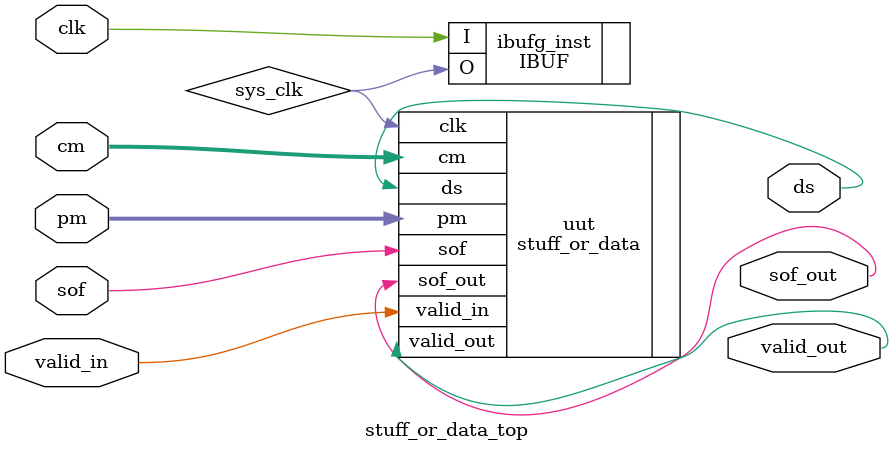
<source format=sv>
`timescale 1ns/1ns
module stuff_or_data_top
#(
    parameter MPT_W = 8
)
(
    input wire clk,
    input wire [MPT_W-1:0]pm,
    input wire [MPT_W-1:0]cm,
    input wire valid_in,
    input wire sof,
    // output reg input_err,
    // output reg err_sof_early,
    // output reg err_sof_late,
    output reg sof_out,
    output reg valid_out,
    output reg ds
);
    wire sys_clk;

    IBUF ibufg_inst
    (
        .I(clk),
        .O(sys_clk)
    );

    stuff_or_data 
    #(.MPT_W(MPT_W)) uut
    (
        .clk(sys_clk),
        .pm(pm),
        .cm(cm),
        .valid_in(valid_in),
        .valid_out(valid_out),
        .sof(sof),
        .sof_out(sof_out),
        .ds(ds)
    );

endmodule
</source>
